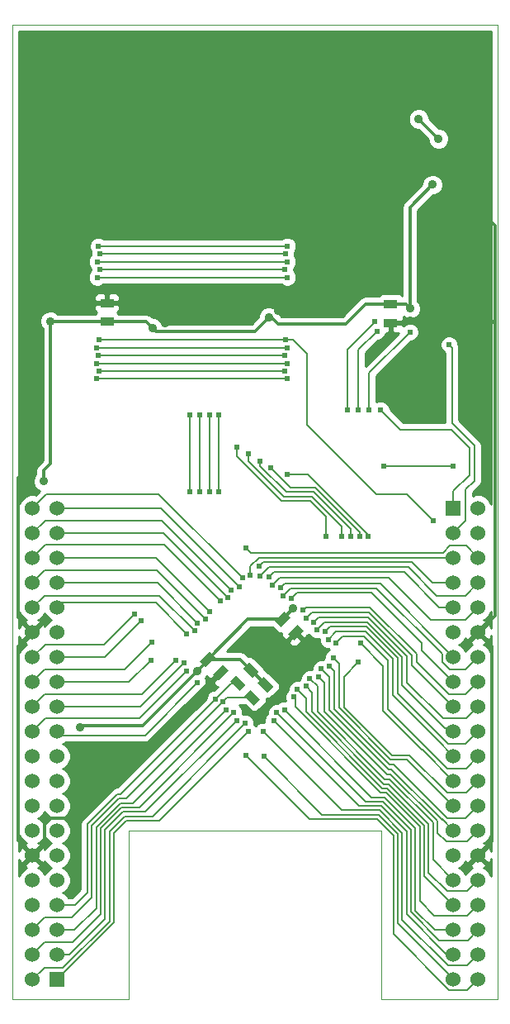
<source format=gbl>
G04 (created by PCBNEW (25-Oct-2014 BZR 4029)-stable) date Sat 16 May 2015 01:40:02 JST*
%MOIN*%
G04 Gerber Fmt 3.4, Leading zero omitted, Abs format*
%FSLAX34Y34*%
G01*
G70*
G90*
G04 APERTURE LIST*
%ADD10C,0.00590551*%
%ADD11C,0.00393701*%
%ADD12R,0.06X0.06*%
%ADD13C,0.06*%
%ADD14R,0.055X0.035*%
%ADD15C,0.035*%
%ADD16C,0.0240157*%
%ADD17C,0.0137795*%
%ADD18C,0.0080315*%
%ADD19C,0.0393701*%
%ADD20C,0.01*%
G04 APERTURE END LIST*
G54D10*
G54D11*
X30600Y-11700D02*
X50200Y-11700D01*
X30600Y-51000D02*
X35300Y-51000D01*
X45500Y-51000D02*
X50200Y-51000D01*
X35300Y-44200D02*
X45500Y-44200D01*
X35300Y-44200D02*
X35300Y-51000D01*
X45500Y-44200D02*
X45500Y-51000D01*
X30600Y-51000D02*
X30600Y-11700D01*
X50200Y-51000D02*
X50200Y-11700D01*
G54D12*
X48400Y-31200D03*
G54D13*
X49400Y-31200D03*
X48400Y-36200D03*
X49400Y-32200D03*
X48400Y-37200D03*
X49400Y-33200D03*
X48400Y-38200D03*
X49400Y-34200D03*
X48400Y-39200D03*
X49400Y-35200D03*
X48400Y-40200D03*
X49400Y-36200D03*
X48400Y-41200D03*
X49400Y-37200D03*
X48400Y-42200D03*
X49400Y-38200D03*
X48400Y-43200D03*
X49400Y-39200D03*
X48400Y-44200D03*
X49400Y-40200D03*
X48400Y-45200D03*
X49400Y-41200D03*
X48400Y-46200D03*
X49400Y-42200D03*
X49400Y-43200D03*
X48400Y-47200D03*
X49400Y-44200D03*
X49400Y-46200D03*
X49400Y-47200D03*
X49400Y-48200D03*
X49400Y-49200D03*
X48400Y-48200D03*
X48400Y-49200D03*
X48400Y-32200D03*
X48400Y-33200D03*
X48400Y-34200D03*
X48400Y-35200D03*
X48400Y-50200D03*
X49400Y-50200D03*
X49400Y-45200D03*
G54D12*
X32400Y-50200D03*
G54D13*
X31400Y-50200D03*
X32400Y-45200D03*
X31400Y-49200D03*
X32400Y-44200D03*
X31400Y-48200D03*
X32400Y-43200D03*
X31400Y-47200D03*
X32400Y-42200D03*
X31400Y-46200D03*
X32400Y-41200D03*
X31400Y-45200D03*
X32400Y-40200D03*
X31400Y-44200D03*
X32400Y-39200D03*
X31400Y-43200D03*
X32400Y-38200D03*
X31400Y-42200D03*
X32400Y-37200D03*
X31400Y-41200D03*
X32400Y-36200D03*
X31400Y-40200D03*
X32400Y-35200D03*
X31400Y-39200D03*
X31400Y-38200D03*
X32400Y-34200D03*
X31400Y-37200D03*
X31400Y-35200D03*
X31400Y-34200D03*
X31400Y-33200D03*
X31400Y-32200D03*
X32400Y-33200D03*
X32400Y-32200D03*
X32400Y-49200D03*
X32400Y-48200D03*
X32400Y-47200D03*
X32400Y-46200D03*
X32400Y-31200D03*
X31400Y-31200D03*
X31400Y-36200D03*
G54D14*
X34409Y-23682D03*
X34409Y-22932D03*
X45866Y-22971D03*
X45866Y-23721D03*
G54D10*
G36*
X38156Y-37364D02*
X38545Y-36975D01*
X38793Y-37223D01*
X38404Y-37612D01*
X38156Y-37364D01*
X38156Y-37364D01*
G37*
G36*
X38687Y-37894D02*
X39076Y-37506D01*
X39323Y-37753D01*
X38934Y-38142D01*
X38687Y-37894D01*
X38687Y-37894D01*
G37*
G36*
X41188Y-35750D02*
X41577Y-35361D01*
X41824Y-35609D01*
X41435Y-35997D01*
X41188Y-35750D01*
X41188Y-35750D01*
G37*
G36*
X41718Y-36280D02*
X42107Y-35891D01*
X42355Y-36139D01*
X41966Y-36528D01*
X41718Y-36280D01*
X41718Y-36280D01*
G37*
G36*
X40155Y-37408D02*
X40543Y-37797D01*
X40296Y-38045D01*
X39907Y-37656D01*
X40155Y-37408D01*
X40155Y-37408D01*
G37*
G36*
X39624Y-37939D02*
X40013Y-38328D01*
X39766Y-38575D01*
X39377Y-38186D01*
X39624Y-37939D01*
X39624Y-37939D01*
G37*
G36*
X40745Y-37999D02*
X41134Y-38388D01*
X40887Y-38635D01*
X40498Y-38246D01*
X40745Y-37999D01*
X40745Y-37999D01*
G37*
G36*
X40215Y-38529D02*
X40604Y-38918D01*
X40356Y-39166D01*
X39967Y-38777D01*
X40215Y-38529D01*
X40215Y-38529D01*
G37*
G54D15*
X47559Y-18149D03*
X33307Y-40039D03*
X31850Y-30118D03*
X46653Y-23149D03*
X40944Y-23503D03*
X36259Y-23937D03*
X32125Y-23661D03*
X41929Y-35236D03*
X47000Y-15500D03*
X47800Y-16300D03*
X38070Y-37755D03*
G54D16*
X35511Y-35472D03*
X39212Y-39330D03*
X39527Y-39448D03*
X37519Y-37440D03*
X37637Y-37755D03*
X38779Y-38897D03*
X40118Y-40196D03*
X40000Y-39881D03*
X39645Y-39763D03*
X36220Y-36614D03*
X39094Y-39015D03*
X35787Y-35748D03*
X33976Y-25984D03*
X41692Y-25984D03*
X41141Y-39763D03*
X43385Y-37559D03*
X34055Y-20629D03*
X41692Y-20629D03*
X43543Y-37244D03*
X44566Y-37401D03*
X44645Y-36653D03*
X43661Y-36653D03*
X43346Y-36496D03*
X41692Y-29842D03*
X44960Y-32322D03*
X43228Y-36181D03*
X44606Y-32322D03*
X41023Y-29566D03*
X42874Y-36102D03*
X44251Y-32322D03*
X40590Y-29291D03*
X42755Y-35787D03*
X43897Y-32322D03*
X40118Y-29015D03*
X42440Y-35629D03*
X41574Y-25669D03*
X41259Y-39448D03*
X34094Y-25669D03*
X45590Y-29507D03*
X48405Y-29488D03*
X42322Y-35314D03*
X43267Y-32322D03*
X39645Y-28740D03*
X41850Y-34842D03*
X41535Y-34724D03*
X41417Y-34409D03*
X33976Y-25354D03*
X41574Y-39330D03*
X41692Y-25354D03*
X41968Y-38818D03*
X41574Y-25039D03*
X34055Y-25039D03*
X42086Y-38503D03*
X41692Y-24724D03*
X33976Y-24724D03*
X42440Y-38385D03*
X41692Y-21889D03*
X34015Y-21889D03*
X42598Y-38070D03*
X41574Y-21574D03*
X34133Y-21574D03*
X42952Y-37992D03*
X41692Y-21259D03*
X34015Y-21259D03*
X43070Y-37677D03*
X41614Y-20944D03*
X34133Y-20944D03*
X38070Y-38228D03*
X37637Y-36259D03*
X37952Y-36141D03*
X40196Y-33897D03*
X38543Y-27440D03*
X38543Y-30551D03*
X40039Y-32795D03*
X38937Y-27440D03*
X38937Y-30551D03*
X44133Y-27244D03*
X45236Y-23661D03*
X40551Y-33543D03*
X44566Y-27244D03*
X45314Y-24055D03*
X40590Y-33937D03*
X46653Y-24094D03*
X45000Y-27244D03*
X40944Y-33976D03*
X41102Y-34291D03*
X38070Y-35826D03*
X38385Y-35669D03*
X38543Y-35354D03*
X38976Y-34921D03*
X39291Y-34803D03*
X39409Y-34488D03*
X37755Y-27440D03*
X37755Y-30551D03*
X39763Y-34370D03*
X38149Y-27440D03*
X38149Y-30551D03*
X39881Y-34015D03*
X37204Y-37322D03*
X40708Y-40196D03*
X40748Y-41220D03*
X40039Y-41181D03*
X36181Y-37322D03*
X47598Y-31692D03*
X34094Y-24409D03*
X41614Y-24409D03*
X48228Y-24606D03*
X45472Y-27244D03*
G54D15*
X35866Y-16240D03*
X37814Y-16259D03*
X46200Y-16456D03*
X49045Y-18769D03*
X41259Y-36988D03*
X46653Y-23622D03*
X41338Y-23228D03*
X36771Y-23740D03*
X32125Y-22874D03*
X38543Y-38188D03*
G54D17*
X38474Y-37293D02*
X39792Y-37293D01*
X39792Y-37293D02*
X40225Y-37726D01*
X41506Y-35679D02*
X40089Y-35679D01*
X40089Y-35679D02*
X38474Y-37293D01*
X46653Y-23149D02*
X46653Y-19055D01*
X46653Y-19055D02*
X47559Y-18149D01*
X40816Y-38317D02*
X40225Y-37726D01*
X36259Y-23937D02*
X36397Y-24074D01*
X40374Y-24074D02*
X40944Y-23503D01*
X36397Y-24074D02*
X40374Y-24074D01*
X34409Y-23682D02*
X36004Y-23682D01*
X35866Y-39960D02*
X33385Y-39960D01*
X33385Y-39960D02*
X33307Y-40039D01*
X35866Y-39960D02*
X38070Y-37755D01*
X32125Y-23661D02*
X32125Y-29409D01*
X31850Y-29685D02*
X31850Y-30118D01*
X32125Y-29409D02*
X31850Y-29685D01*
X45866Y-22971D02*
X44863Y-22971D01*
X41062Y-23503D02*
X41338Y-23779D01*
X41338Y-23779D02*
X44055Y-23779D01*
X40944Y-23503D02*
X41062Y-23503D01*
X44863Y-22971D02*
X44055Y-23779D01*
X45866Y-22971D02*
X46475Y-22971D01*
X46475Y-22971D02*
X46653Y-23149D01*
X36004Y-23682D02*
X36259Y-23937D01*
X34409Y-23682D02*
X32146Y-23682D01*
X32146Y-23682D02*
X32125Y-23661D01*
X41506Y-35679D02*
X41506Y-35658D01*
X41506Y-35658D02*
X41929Y-35236D01*
X38474Y-37293D02*
X38474Y-37351D01*
X38474Y-37351D02*
X38070Y-37755D01*
X47000Y-15500D02*
X47800Y-16300D01*
G54D18*
X35511Y-35472D02*
X34291Y-36692D01*
X31907Y-36692D02*
X31400Y-37200D01*
X34291Y-36692D02*
X31907Y-36692D01*
X33099Y-48200D02*
X32400Y-48200D01*
X33976Y-47322D02*
X33099Y-48200D01*
X33976Y-44055D02*
X33976Y-47322D01*
X34940Y-43090D02*
X33976Y-44055D01*
X35452Y-43090D02*
X34940Y-43090D01*
X39212Y-39330D02*
X35452Y-43090D01*
X31899Y-48700D02*
X31400Y-49200D01*
X33031Y-48700D02*
X31899Y-48700D01*
X34153Y-47578D02*
X33031Y-48700D01*
X34153Y-44114D02*
X34153Y-47578D01*
X35000Y-43267D02*
X34153Y-44114D01*
X35708Y-43267D02*
X35000Y-43267D01*
X39527Y-39448D02*
X35708Y-43267D01*
X35760Y-39200D02*
X32400Y-39200D01*
X37519Y-37440D02*
X35760Y-39200D01*
X37637Y-37755D02*
X35708Y-39685D01*
X35708Y-39685D02*
X31914Y-39685D01*
X31914Y-39685D02*
X31400Y-40200D01*
X39695Y-38257D02*
X39419Y-38257D01*
X39419Y-38257D02*
X38779Y-38897D01*
X33114Y-47200D02*
X32400Y-47200D01*
X33622Y-46692D02*
X33114Y-47200D01*
X33622Y-43937D02*
X33622Y-46692D01*
X34822Y-42736D02*
X33622Y-43937D01*
X34940Y-42736D02*
X34822Y-42736D01*
X38779Y-38897D02*
X34940Y-42736D01*
X34685Y-47914D02*
X32400Y-50200D01*
X34685Y-44291D02*
X34685Y-47914D01*
X35177Y-43799D02*
X34685Y-44291D01*
X36515Y-43799D02*
X35177Y-43799D01*
X40118Y-40196D02*
X36515Y-43799D01*
X31875Y-49724D02*
X31400Y-50200D01*
X32637Y-49724D02*
X31875Y-49724D01*
X34507Y-47854D02*
X32637Y-49724D01*
X34507Y-44232D02*
X34507Y-47854D01*
X35118Y-43622D02*
X34507Y-44232D01*
X36259Y-43622D02*
X35118Y-43622D01*
X40000Y-39881D02*
X36259Y-43622D01*
X32886Y-49200D02*
X32400Y-49200D01*
X34330Y-47755D02*
X32886Y-49200D01*
X34330Y-44173D02*
X34330Y-47755D01*
X35059Y-43444D02*
X34330Y-44173D01*
X35964Y-43444D02*
X35059Y-43444D01*
X39645Y-39763D02*
X35964Y-43444D01*
X31883Y-37716D02*
X31400Y-38200D01*
X35118Y-37716D02*
X31883Y-37716D01*
X36220Y-36614D02*
X35118Y-37716D01*
X40286Y-38847D02*
X39262Y-38847D01*
X39262Y-38847D02*
X39094Y-39015D01*
X31883Y-47716D02*
X31400Y-48200D01*
X32992Y-47716D02*
X31883Y-47716D01*
X33799Y-46909D02*
X32992Y-47716D01*
X33799Y-43996D02*
X33799Y-46909D01*
X34881Y-42913D02*
X33799Y-43996D01*
X35196Y-42913D02*
X34881Y-42913D01*
X39094Y-39015D02*
X35196Y-42913D01*
X34335Y-37200D02*
X32400Y-37200D01*
X35787Y-35748D02*
X34335Y-37200D01*
X48137Y-49200D02*
X48400Y-49200D01*
X46515Y-47578D02*
X48137Y-49200D01*
X46515Y-44232D02*
X46515Y-47578D01*
X45492Y-43208D02*
X46515Y-44232D01*
X44586Y-43208D02*
X45492Y-43208D01*
X41692Y-25984D02*
X33976Y-25984D01*
X41141Y-39763D02*
X44586Y-43208D01*
X48899Y-43700D02*
X49400Y-43200D01*
X48149Y-43700D02*
X48899Y-43700D01*
X45984Y-41535D02*
X48149Y-43700D01*
X45826Y-41535D02*
X45984Y-41535D01*
X43582Y-39291D02*
X45826Y-41535D01*
X43582Y-37755D02*
X43582Y-39291D01*
X43385Y-37559D02*
X43582Y-37755D01*
X41692Y-20629D02*
X34055Y-20629D01*
X46538Y-41338D02*
X48400Y-43200D01*
X45866Y-41338D02*
X46538Y-41338D01*
X43779Y-39251D02*
X45866Y-41338D01*
X43779Y-37480D02*
X43779Y-39251D01*
X43543Y-37244D02*
X43779Y-37480D01*
X48922Y-42677D02*
X49400Y-42200D01*
X48149Y-42677D02*
X48922Y-42677D01*
X46633Y-41161D02*
X48149Y-42677D01*
X45916Y-41161D02*
X46633Y-41161D01*
X43976Y-39221D02*
X45916Y-41161D01*
X43976Y-37992D02*
X43976Y-39221D01*
X44566Y-37401D02*
X43976Y-37992D01*
X44645Y-36653D02*
X45551Y-37559D01*
X45551Y-37559D02*
X45551Y-39366D01*
X45551Y-39366D02*
X47129Y-40944D01*
X47129Y-40944D02*
X47144Y-40944D01*
X47144Y-40944D02*
X48400Y-42200D01*
X43661Y-36653D02*
X43937Y-36377D01*
X43937Y-36377D02*
X44803Y-36377D01*
X44803Y-36377D02*
X45748Y-37322D01*
X45748Y-37322D02*
X45748Y-39291D01*
X45748Y-39291D02*
X48149Y-41692D01*
X48149Y-41692D02*
X48907Y-41692D01*
X48907Y-41692D02*
X49400Y-41200D01*
X43346Y-36496D02*
X43661Y-36181D01*
X43661Y-36181D02*
X44842Y-36181D01*
X44842Y-36181D02*
X45944Y-37283D01*
X45944Y-37283D02*
X45944Y-38740D01*
X45944Y-38740D02*
X47716Y-40511D01*
X47716Y-40511D02*
X47711Y-40511D01*
X47711Y-40511D02*
X48400Y-41200D01*
X42519Y-29842D02*
X44960Y-32283D01*
X41692Y-29842D02*
X42519Y-29842D01*
X44960Y-32283D02*
X44960Y-32322D01*
X43228Y-36181D02*
X43425Y-35984D01*
X43425Y-35984D02*
X44881Y-35984D01*
X44881Y-35984D02*
X46141Y-37244D01*
X46141Y-37244D02*
X46141Y-38661D01*
X46141Y-38661D02*
X48188Y-40708D01*
X48188Y-40708D02*
X48891Y-40708D01*
X48891Y-40708D02*
X49400Y-40200D01*
X44606Y-32165D02*
X44606Y-32322D01*
X42814Y-30374D02*
X44606Y-32165D01*
X41830Y-30374D02*
X42814Y-30374D01*
X41023Y-29566D02*
X41830Y-30374D01*
X42874Y-36102D02*
X43188Y-35787D01*
X43188Y-35787D02*
X44921Y-35787D01*
X44921Y-35787D02*
X46338Y-37204D01*
X46338Y-37204D02*
X46338Y-38346D01*
X46338Y-38346D02*
X48070Y-40078D01*
X48070Y-40078D02*
X48278Y-40078D01*
X48278Y-40078D02*
X48400Y-40200D01*
X40590Y-29488D02*
X41653Y-30551D01*
X41653Y-30551D02*
X42755Y-30551D01*
X42755Y-30551D02*
X44251Y-32047D01*
X44251Y-32047D02*
X44251Y-32322D01*
X40590Y-29291D02*
X40590Y-29488D01*
X42755Y-35787D02*
X42952Y-35590D01*
X42952Y-35590D02*
X44960Y-35590D01*
X44960Y-35590D02*
X46535Y-37165D01*
X46535Y-37165D02*
X46535Y-38228D01*
X46535Y-38228D02*
X47992Y-39685D01*
X47992Y-39685D02*
X48914Y-39685D01*
X48914Y-39685D02*
X49400Y-39200D01*
X40118Y-29291D02*
X41555Y-30728D01*
X41555Y-30728D02*
X42696Y-30728D01*
X42696Y-30728D02*
X43897Y-31929D01*
X43897Y-31929D02*
X43897Y-32322D01*
X40118Y-29015D02*
X40118Y-29291D01*
X46732Y-37125D02*
X46732Y-37532D01*
X46732Y-37532D02*
X48400Y-39200D01*
X42440Y-35629D02*
X42677Y-35393D01*
X42677Y-35393D02*
X45000Y-35393D01*
X45000Y-35393D02*
X46732Y-37125D01*
X48977Y-48622D02*
X49400Y-48200D01*
X47834Y-48622D02*
X48977Y-48622D01*
X46692Y-47480D02*
X47834Y-48622D01*
X46692Y-44173D02*
X46692Y-47480D01*
X45551Y-43031D02*
X46692Y-44173D01*
X44842Y-43031D02*
X45551Y-43031D01*
X41259Y-39448D02*
X44842Y-43031D01*
X41574Y-25669D02*
X34094Y-25669D01*
X48385Y-29507D02*
X45590Y-29507D01*
X48405Y-29488D02*
X48385Y-29507D01*
X42322Y-35314D02*
X42440Y-35196D01*
X42440Y-35196D02*
X45039Y-35196D01*
X45039Y-35196D02*
X46929Y-37086D01*
X46929Y-37086D02*
X46929Y-37401D01*
X46929Y-37401D02*
X48228Y-38700D01*
X48228Y-38700D02*
X48899Y-38700D01*
X48899Y-38700D02*
X49400Y-38200D01*
X39645Y-29094D02*
X41456Y-30905D01*
X41456Y-30905D02*
X42637Y-30905D01*
X42637Y-30905D02*
X43267Y-31535D01*
X43267Y-31535D02*
X43267Y-32322D01*
X39645Y-28740D02*
X39645Y-29094D01*
X47125Y-36653D02*
X47125Y-36925D01*
X47125Y-36925D02*
X48400Y-38200D01*
X41850Y-34842D02*
X42086Y-34606D01*
X42086Y-34606D02*
X45078Y-34606D01*
X45078Y-34606D02*
X47125Y-36653D01*
X48883Y-37716D02*
X49400Y-37200D01*
X48267Y-37716D02*
X48883Y-37716D01*
X47952Y-37401D02*
X48267Y-37716D01*
X47952Y-37086D02*
X47952Y-37401D01*
X45295Y-34429D02*
X47952Y-37086D01*
X41830Y-34429D02*
X45295Y-34429D01*
X41535Y-34724D02*
X41830Y-34429D01*
X41574Y-34251D02*
X45451Y-34251D01*
X45451Y-34251D02*
X48400Y-37200D01*
X41417Y-34409D02*
X41574Y-34251D01*
X41692Y-25354D02*
X33976Y-25354D01*
X41574Y-39330D02*
X45098Y-42854D01*
X45098Y-42854D02*
X45610Y-42854D01*
X45610Y-42854D02*
X46870Y-44114D01*
X47648Y-48200D02*
X48400Y-48200D01*
X46870Y-47421D02*
X47648Y-48200D01*
X46870Y-44114D02*
X46870Y-47421D01*
X48962Y-47637D02*
X49400Y-47200D01*
X47637Y-47637D02*
X48962Y-47637D01*
X47047Y-47047D02*
X47637Y-47637D01*
X47047Y-44046D02*
X47047Y-47047D01*
X45678Y-42677D02*
X47047Y-44046D01*
X45472Y-42677D02*
X45678Y-42677D01*
X42007Y-39212D02*
X45472Y-42677D01*
X42007Y-38858D02*
X42007Y-39212D01*
X41968Y-38818D02*
X42007Y-38858D01*
X41574Y-25039D02*
X34055Y-25039D01*
X45728Y-42500D02*
X45522Y-42500D01*
X42440Y-39418D02*
X42440Y-38858D01*
X45522Y-42500D02*
X42440Y-39418D01*
X42440Y-38858D02*
X42086Y-38503D01*
X45728Y-42500D02*
X47224Y-43996D01*
X47224Y-43996D02*
X47224Y-46024D01*
X48400Y-47200D02*
X47224Y-46024D01*
X41692Y-24724D02*
X33976Y-24724D01*
X42677Y-38622D02*
X42677Y-39409D01*
X45787Y-42322D02*
X47401Y-43937D01*
X45590Y-42322D02*
X45787Y-42322D01*
X42677Y-39409D02*
X45590Y-42322D01*
X48946Y-46653D02*
X49400Y-46200D01*
X48149Y-46653D02*
X48946Y-46653D01*
X47401Y-45905D02*
X48149Y-46653D01*
X47401Y-43937D02*
X47401Y-45905D01*
X42440Y-38385D02*
X42677Y-38622D01*
X41692Y-21889D02*
X34015Y-21889D01*
X42913Y-38385D02*
X42913Y-39409D01*
X45826Y-42125D02*
X47578Y-43877D01*
X45629Y-42125D02*
X45826Y-42125D01*
X42913Y-39409D02*
X45629Y-42125D01*
X42598Y-38070D02*
X42913Y-38385D01*
X47578Y-43877D02*
X47578Y-45378D01*
X47578Y-45378D02*
X48400Y-46200D01*
X41574Y-21574D02*
X34133Y-21574D01*
X43188Y-38228D02*
X43188Y-39409D01*
X45866Y-41929D02*
X47755Y-43818D01*
X45708Y-41929D02*
X45866Y-41929D01*
X43188Y-39409D02*
X45708Y-41929D01*
X42952Y-37992D02*
X43188Y-38228D01*
X47755Y-43818D02*
X47755Y-44291D01*
X47755Y-44291D02*
X48110Y-44645D01*
X48954Y-44645D02*
X49400Y-44200D01*
X48110Y-44645D02*
X48954Y-44645D01*
X41692Y-21259D02*
X34015Y-21259D01*
X47952Y-43752D02*
X48400Y-44200D01*
X47952Y-43779D02*
X47952Y-43752D01*
X45905Y-41732D02*
X47952Y-43779D01*
X45787Y-41732D02*
X45905Y-41732D01*
X43385Y-39330D02*
X45787Y-41732D01*
X43385Y-37992D02*
X43385Y-39330D01*
X43070Y-37677D02*
X43385Y-37992D01*
X41614Y-20944D02*
X34133Y-20944D01*
X35941Y-40357D02*
X35154Y-40357D01*
X32554Y-40354D02*
X32400Y-40200D01*
X35157Y-40354D02*
X32554Y-40354D01*
X35154Y-40357D02*
X35157Y-40354D01*
X38070Y-38228D02*
X35941Y-40357D01*
X37637Y-36259D02*
X36377Y-35000D01*
X32600Y-35000D02*
X32400Y-35200D01*
X36377Y-35000D02*
X32600Y-35000D01*
X37952Y-36141D02*
X36535Y-34724D01*
X36535Y-34724D02*
X31875Y-34724D01*
X31875Y-34724D02*
X31400Y-35200D01*
X40196Y-33897D02*
X40196Y-33543D01*
X40540Y-33200D02*
X48400Y-33200D01*
X40196Y-33543D02*
X40540Y-33200D01*
X38543Y-27440D02*
X38543Y-30551D01*
X48916Y-32716D02*
X49400Y-33200D01*
X48267Y-32716D02*
X48916Y-32716D01*
X47992Y-32992D02*
X48267Y-32716D01*
X40236Y-32992D02*
X47992Y-32992D01*
X40039Y-32795D02*
X40236Y-32992D01*
X38937Y-27440D02*
X38937Y-30551D01*
X45236Y-23700D02*
X44133Y-24803D01*
X44133Y-24803D02*
X44133Y-27244D01*
X45236Y-23661D02*
X45236Y-23700D01*
X47546Y-34200D02*
X48400Y-34200D01*
X46732Y-33385D02*
X47546Y-34200D01*
X40708Y-33385D02*
X46732Y-33385D01*
X40551Y-33543D02*
X40708Y-33385D01*
X45314Y-24055D02*
X44566Y-24803D01*
X44566Y-24803D02*
X44566Y-27244D01*
X40590Y-33937D02*
X40944Y-33582D01*
X40944Y-33582D02*
X46574Y-33582D01*
X46574Y-33582D02*
X47716Y-34724D01*
X47716Y-34724D02*
X48875Y-34724D01*
X48875Y-34724D02*
X49400Y-34200D01*
X46653Y-24094D02*
X45000Y-25748D01*
X45000Y-25748D02*
X45000Y-27244D01*
X47837Y-35200D02*
X48400Y-35200D01*
X46417Y-33779D02*
X47837Y-35200D01*
X41141Y-33779D02*
X46417Y-33779D01*
X40944Y-33976D02*
X41141Y-33779D01*
X48891Y-35708D02*
X49400Y-35200D01*
X47480Y-35708D02*
X48891Y-35708D01*
X45787Y-34015D02*
X47480Y-35708D01*
X41377Y-34015D02*
X45787Y-34015D01*
X41102Y-34291D02*
X41377Y-34015D01*
X38070Y-35826D02*
X36444Y-34200D01*
X36444Y-34200D02*
X32400Y-34200D01*
X31899Y-33700D02*
X31400Y-34200D01*
X36417Y-33700D02*
X31899Y-33700D01*
X38385Y-35669D02*
X36417Y-33700D01*
X36388Y-33200D02*
X32400Y-33200D01*
X38543Y-35354D02*
X36388Y-33200D01*
X31922Y-32677D02*
X31400Y-33200D01*
X36732Y-32677D02*
X31922Y-32677D01*
X38976Y-34921D02*
X36732Y-32677D01*
X39291Y-34803D02*
X36692Y-32204D01*
X32395Y-32204D02*
X32400Y-32200D01*
X36692Y-32204D02*
X32395Y-32204D01*
X39409Y-34488D02*
X36614Y-31692D01*
X36614Y-31692D02*
X31907Y-31692D01*
X31907Y-31692D02*
X31400Y-32200D01*
X37755Y-27440D02*
X37755Y-30551D01*
X36593Y-31200D02*
X32400Y-31200D01*
X39763Y-34370D02*
X36593Y-31200D01*
X38149Y-27440D02*
X38149Y-30551D01*
X31970Y-30629D02*
X31400Y-31200D01*
X36496Y-30629D02*
X31970Y-30629D01*
X39881Y-34015D02*
X36496Y-30629D01*
X31899Y-38700D02*
X31400Y-39200D01*
X35826Y-38700D02*
X31899Y-38700D01*
X37204Y-37322D02*
X35826Y-38700D01*
X48954Y-49645D02*
X49400Y-49200D01*
X48188Y-49645D02*
X48954Y-49645D01*
X46338Y-47795D02*
X48188Y-49645D01*
X46338Y-44291D02*
X46338Y-47795D01*
X45433Y-43385D02*
X46338Y-44291D01*
X43897Y-43385D02*
X45433Y-43385D01*
X40708Y-40196D02*
X43897Y-43385D01*
X48428Y-50200D02*
X48400Y-50200D01*
X46161Y-47933D02*
X48428Y-50200D01*
X46161Y-44350D02*
X46161Y-47933D01*
X45374Y-43562D02*
X46161Y-44350D01*
X43090Y-43562D02*
X45374Y-43562D01*
X40748Y-41220D02*
X43090Y-43562D01*
X48970Y-50629D02*
X49400Y-50200D01*
X48228Y-50629D02*
X48970Y-50629D01*
X45984Y-48385D02*
X48228Y-50629D01*
X45984Y-44409D02*
X45984Y-48385D01*
X45314Y-43740D02*
X45984Y-44409D01*
X42598Y-43740D02*
X45314Y-43740D01*
X40039Y-41181D02*
X42598Y-43740D01*
X35303Y-38200D02*
X32400Y-38200D01*
X36181Y-37322D02*
X35303Y-38200D01*
X41929Y-24409D02*
X41614Y-24409D01*
X42480Y-24960D02*
X41929Y-24409D01*
X42480Y-27834D02*
X42480Y-24960D01*
X45275Y-30629D02*
X42480Y-27834D01*
X46535Y-30629D02*
X45275Y-30629D01*
X47598Y-31692D02*
X46535Y-30629D01*
X41614Y-24409D02*
X34094Y-24409D01*
X48346Y-24724D02*
X48346Y-27755D01*
X49251Y-28661D02*
X49251Y-30098D01*
X48346Y-27755D02*
X49251Y-28661D01*
X49251Y-30098D02*
X48897Y-30452D01*
X48897Y-31702D02*
X48400Y-32200D01*
X48897Y-30452D02*
X48897Y-31702D01*
X48228Y-24606D02*
X48346Y-24724D01*
X46259Y-28031D02*
X48326Y-28031D01*
X49055Y-28759D02*
X49055Y-29862D01*
X48326Y-28031D02*
X49055Y-28759D01*
X49055Y-29862D02*
X48400Y-30517D01*
X48400Y-30517D02*
X48400Y-31200D01*
X45472Y-27244D02*
X46259Y-28031D01*
G54D19*
X37814Y-17559D02*
X37814Y-16259D01*
X35866Y-16240D02*
X35866Y-17559D01*
X46200Y-16456D02*
X46200Y-17559D01*
X46200Y-17559D02*
X46200Y-17519D01*
G54D17*
X42036Y-36210D02*
X42036Y-36211D01*
X42036Y-36211D02*
X41259Y-36988D01*
X30826Y-35590D02*
X30826Y-29960D01*
X31614Y-29173D02*
X31614Y-23385D01*
X30826Y-29960D02*
X31614Y-29173D01*
X31400Y-36200D02*
X31400Y-36163D01*
X31614Y-23385D02*
X32125Y-22874D01*
X31400Y-36163D02*
X30826Y-35590D01*
X31400Y-45200D02*
X31400Y-45179D01*
X30826Y-36773D02*
X31400Y-36200D01*
X30826Y-44606D02*
X30826Y-36773D01*
X31400Y-45179D02*
X30826Y-44606D01*
X31889Y-44710D02*
X31400Y-45200D01*
X31889Y-43937D02*
X31889Y-44710D01*
X32125Y-43700D02*
X31889Y-43937D01*
X33031Y-43700D02*
X32125Y-43700D01*
X38543Y-38188D02*
X33031Y-43700D01*
X34409Y-22932D02*
X35963Y-22932D01*
X35963Y-22932D02*
X36771Y-23740D01*
X46653Y-23622D02*
X49960Y-23622D01*
X49960Y-23622D02*
X50078Y-23740D01*
X45866Y-23721D02*
X46554Y-23721D01*
X46554Y-23721D02*
X46653Y-23622D01*
X34409Y-22932D02*
X41042Y-22932D01*
X41042Y-22932D02*
X41338Y-23228D01*
X34409Y-22932D02*
X32184Y-22932D01*
X32184Y-22932D02*
X32125Y-22874D01*
X32125Y-18976D02*
X32125Y-22874D01*
X33543Y-17559D02*
X32125Y-18976D01*
X46200Y-17559D02*
X37814Y-17559D01*
X35866Y-17559D02*
X33543Y-17559D01*
X49045Y-18769D02*
X47834Y-17559D01*
X47834Y-17559D02*
X46200Y-17559D01*
X50078Y-19803D02*
X49045Y-18769D01*
X50078Y-23740D02*
X50078Y-19803D01*
X50078Y-35551D02*
X50078Y-23740D01*
X49429Y-36200D02*
X50078Y-35551D01*
X49400Y-36200D02*
X49429Y-36200D01*
X49400Y-36200D02*
X49400Y-36211D01*
X49400Y-36211D02*
X49960Y-36771D01*
X49960Y-36771D02*
X49960Y-44639D01*
X49960Y-44639D02*
X49400Y-45200D01*
X38908Y-37824D02*
X39005Y-37824D01*
X38543Y-38188D02*
X38908Y-37824D01*
G54D10*
G36*
X32169Y-35699D02*
X32088Y-35733D01*
X31934Y-35888D01*
X31902Y-35963D01*
X31881Y-35912D01*
X31785Y-35884D01*
X31470Y-36200D01*
X31476Y-36205D01*
X31405Y-36276D01*
X31400Y-36270D01*
X31084Y-36585D01*
X31112Y-36681D01*
X31167Y-36700D01*
X31088Y-36733D01*
X30934Y-36888D01*
X30869Y-37042D01*
X30869Y-36369D01*
X30918Y-36487D01*
X31014Y-36515D01*
X31329Y-36200D01*
X31014Y-35884D01*
X30918Y-35912D01*
X30869Y-36049D01*
X30869Y-35356D01*
X30933Y-35511D01*
X31088Y-35665D01*
X31163Y-35697D01*
X31112Y-35718D01*
X31084Y-35814D01*
X31400Y-36129D01*
X31715Y-35814D01*
X31687Y-35718D01*
X31632Y-35699D01*
X31711Y-35666D01*
X31865Y-35511D01*
X31899Y-35430D01*
X31933Y-35511D01*
X32088Y-35665D01*
X32169Y-35699D01*
X32169Y-35699D01*
G37*
G54D20*
X32169Y-35699D02*
X32088Y-35733D01*
X31934Y-35888D01*
X31902Y-35963D01*
X31881Y-35912D01*
X31785Y-35884D01*
X31470Y-36200D01*
X31476Y-36205D01*
X31405Y-36276D01*
X31400Y-36270D01*
X31084Y-36585D01*
X31112Y-36681D01*
X31167Y-36700D01*
X31088Y-36733D01*
X30934Y-36888D01*
X30869Y-37042D01*
X30869Y-36369D01*
X30918Y-36487D01*
X31014Y-36515D01*
X31329Y-36200D01*
X31014Y-35884D01*
X30918Y-35912D01*
X30869Y-36049D01*
X30869Y-35356D01*
X30933Y-35511D01*
X31088Y-35665D01*
X31163Y-35697D01*
X31112Y-35718D01*
X31084Y-35814D01*
X31400Y-36129D01*
X31715Y-35814D01*
X31687Y-35718D01*
X31632Y-35699D01*
X31711Y-35666D01*
X31865Y-35511D01*
X31899Y-35430D01*
X31933Y-35511D01*
X32088Y-35665D01*
X32169Y-35699D01*
G54D10*
G36*
X32169Y-43699D02*
X32088Y-43733D01*
X31934Y-43888D01*
X31900Y-43969D01*
X31866Y-43888D01*
X31711Y-43734D01*
X31630Y-43700D01*
X31711Y-43666D01*
X31865Y-43511D01*
X31899Y-43430D01*
X31933Y-43511D01*
X32088Y-43665D01*
X32169Y-43699D01*
X32169Y-43699D01*
G37*
G54D20*
X32169Y-43699D02*
X32088Y-43733D01*
X31934Y-43888D01*
X31900Y-43969D01*
X31866Y-43888D01*
X31711Y-43734D01*
X31630Y-43700D01*
X31711Y-43666D01*
X31865Y-43511D01*
X31899Y-43430D01*
X31933Y-43511D01*
X32088Y-43665D01*
X32169Y-43699D01*
G54D10*
G36*
X32169Y-45699D02*
X32088Y-45733D01*
X31934Y-45888D01*
X31900Y-45969D01*
X31866Y-45888D01*
X31711Y-45734D01*
X31636Y-45702D01*
X31687Y-45681D01*
X31715Y-45585D01*
X31400Y-45270D01*
X31084Y-45585D01*
X31112Y-45681D01*
X31167Y-45700D01*
X31088Y-45733D01*
X30934Y-45888D01*
X30869Y-46042D01*
X30869Y-45369D01*
X30918Y-45487D01*
X31014Y-45515D01*
X31329Y-45200D01*
X31014Y-44884D01*
X30918Y-44912D01*
X30869Y-45049D01*
X30869Y-44356D01*
X30933Y-44511D01*
X31088Y-44665D01*
X31163Y-44697D01*
X31112Y-44718D01*
X31084Y-44814D01*
X31400Y-45129D01*
X31715Y-44814D01*
X31687Y-44718D01*
X31632Y-44699D01*
X31711Y-44666D01*
X31865Y-44511D01*
X31899Y-44430D01*
X31933Y-44511D01*
X32088Y-44665D01*
X32169Y-44699D01*
X32088Y-44733D01*
X31934Y-44888D01*
X31902Y-44963D01*
X31881Y-44912D01*
X31785Y-44884D01*
X31470Y-45200D01*
X31785Y-45515D01*
X31881Y-45487D01*
X31900Y-45432D01*
X31933Y-45511D01*
X32088Y-45665D01*
X32169Y-45699D01*
X32169Y-45699D01*
G37*
G54D20*
X32169Y-45699D02*
X32088Y-45733D01*
X31934Y-45888D01*
X31900Y-45969D01*
X31866Y-45888D01*
X31711Y-45734D01*
X31636Y-45702D01*
X31687Y-45681D01*
X31715Y-45585D01*
X31400Y-45270D01*
X31084Y-45585D01*
X31112Y-45681D01*
X31167Y-45700D01*
X31088Y-45733D01*
X30934Y-45888D01*
X30869Y-46042D01*
X30869Y-45369D01*
X30918Y-45487D01*
X31014Y-45515D01*
X31329Y-45200D01*
X31014Y-44884D01*
X30918Y-44912D01*
X30869Y-45049D01*
X30869Y-44356D01*
X30933Y-44511D01*
X31088Y-44665D01*
X31163Y-44697D01*
X31112Y-44718D01*
X31084Y-44814D01*
X31400Y-45129D01*
X31715Y-44814D01*
X31687Y-44718D01*
X31632Y-44699D01*
X31711Y-44666D01*
X31865Y-44511D01*
X31899Y-44430D01*
X31933Y-44511D01*
X32088Y-44665D01*
X32169Y-44699D01*
X32088Y-44733D01*
X31934Y-44888D01*
X31902Y-44963D01*
X31881Y-44912D01*
X31785Y-44884D01*
X31470Y-45200D01*
X31785Y-45515D01*
X31881Y-45487D01*
X31900Y-45432D01*
X31933Y-45511D01*
X32088Y-45665D01*
X32169Y-45699D01*
G54D10*
G36*
X39081Y-37829D02*
X39010Y-37900D01*
X39005Y-37894D01*
X38713Y-38186D01*
X38713Y-38275D01*
X38792Y-38354D01*
X38877Y-38389D01*
X38739Y-38527D01*
X38706Y-38527D01*
X38570Y-38583D01*
X38465Y-38687D01*
X38409Y-38823D01*
X38409Y-38857D01*
X34820Y-42446D01*
X34711Y-42468D01*
X34617Y-42531D01*
X34617Y-42531D01*
X33416Y-43731D01*
X33353Y-43825D01*
X33331Y-43937D01*
X33331Y-46572D01*
X32994Y-46909D01*
X32875Y-46909D01*
X32866Y-46888D01*
X32711Y-46734D01*
X32630Y-46700D01*
X32711Y-46666D01*
X32865Y-46511D01*
X32949Y-46309D01*
X32950Y-46091D01*
X32866Y-45888D01*
X32711Y-45734D01*
X32630Y-45700D01*
X32711Y-45666D01*
X32865Y-45511D01*
X32949Y-45309D01*
X32950Y-45091D01*
X32866Y-44888D01*
X32711Y-44734D01*
X32630Y-44700D01*
X32711Y-44666D01*
X32865Y-44511D01*
X32949Y-44309D01*
X32950Y-44091D01*
X32866Y-43888D01*
X32711Y-43734D01*
X32630Y-43700D01*
X32711Y-43666D01*
X32865Y-43511D01*
X32949Y-43309D01*
X32950Y-43091D01*
X32866Y-42888D01*
X32711Y-42734D01*
X32630Y-42700D01*
X32711Y-42666D01*
X32865Y-42511D01*
X32949Y-42309D01*
X32950Y-42091D01*
X32866Y-41888D01*
X32711Y-41734D01*
X32630Y-41700D01*
X32711Y-41666D01*
X32865Y-41511D01*
X32949Y-41309D01*
X32950Y-41091D01*
X32866Y-40888D01*
X32711Y-40734D01*
X32630Y-40700D01*
X32711Y-40666D01*
X32733Y-40644D01*
X35138Y-40644D01*
X35154Y-40647D01*
X35941Y-40647D01*
X36052Y-40625D01*
X36052Y-40625D01*
X36146Y-40562D01*
X38111Y-38598D01*
X38144Y-38598D01*
X38280Y-38542D01*
X38384Y-38438D01*
X38440Y-38302D01*
X38441Y-38155D01*
X38391Y-38036D01*
X38430Y-37996D01*
X38444Y-37963D01*
X38475Y-38036D01*
X38554Y-38115D01*
X38642Y-38115D01*
X38934Y-37824D01*
X38929Y-37818D01*
X38999Y-37747D01*
X39005Y-37753D01*
X39010Y-37747D01*
X39081Y-37818D01*
X39076Y-37824D01*
X39081Y-37829D01*
X39081Y-37829D01*
G37*
G54D20*
X39081Y-37829D02*
X39010Y-37900D01*
X39005Y-37894D01*
X38713Y-38186D01*
X38713Y-38275D01*
X38792Y-38354D01*
X38877Y-38389D01*
X38739Y-38527D01*
X38706Y-38527D01*
X38570Y-38583D01*
X38465Y-38687D01*
X38409Y-38823D01*
X38409Y-38857D01*
X34820Y-42446D01*
X34711Y-42468D01*
X34617Y-42531D01*
X34617Y-42531D01*
X33416Y-43731D01*
X33353Y-43825D01*
X33331Y-43937D01*
X33331Y-46572D01*
X32994Y-46909D01*
X32875Y-46909D01*
X32866Y-46888D01*
X32711Y-46734D01*
X32630Y-46700D01*
X32711Y-46666D01*
X32865Y-46511D01*
X32949Y-46309D01*
X32950Y-46091D01*
X32866Y-45888D01*
X32711Y-45734D01*
X32630Y-45700D01*
X32711Y-45666D01*
X32865Y-45511D01*
X32949Y-45309D01*
X32950Y-45091D01*
X32866Y-44888D01*
X32711Y-44734D01*
X32630Y-44700D01*
X32711Y-44666D01*
X32865Y-44511D01*
X32949Y-44309D01*
X32950Y-44091D01*
X32866Y-43888D01*
X32711Y-43734D01*
X32630Y-43700D01*
X32711Y-43666D01*
X32865Y-43511D01*
X32949Y-43309D01*
X32950Y-43091D01*
X32866Y-42888D01*
X32711Y-42734D01*
X32630Y-42700D01*
X32711Y-42666D01*
X32865Y-42511D01*
X32949Y-42309D01*
X32950Y-42091D01*
X32866Y-41888D01*
X32711Y-41734D01*
X32630Y-41700D01*
X32711Y-41666D01*
X32865Y-41511D01*
X32949Y-41309D01*
X32950Y-41091D01*
X32866Y-40888D01*
X32711Y-40734D01*
X32630Y-40700D01*
X32711Y-40666D01*
X32733Y-40644D01*
X35138Y-40644D01*
X35154Y-40647D01*
X35941Y-40647D01*
X36052Y-40625D01*
X36052Y-40625D01*
X36146Y-40562D01*
X38111Y-38598D01*
X38144Y-38598D01*
X38280Y-38542D01*
X38384Y-38438D01*
X38440Y-38302D01*
X38441Y-38155D01*
X38391Y-38036D01*
X38430Y-37996D01*
X38444Y-37963D01*
X38475Y-38036D01*
X38554Y-38115D01*
X38642Y-38115D01*
X38934Y-37824D01*
X38929Y-37818D01*
X38999Y-37747D01*
X39005Y-37753D01*
X39010Y-37747D01*
X39081Y-37818D01*
X39076Y-37824D01*
X39081Y-37829D01*
G54D10*
G36*
X43391Y-36906D02*
X43333Y-36930D01*
X43229Y-37034D01*
X43173Y-37170D01*
X43173Y-37248D01*
X43114Y-37307D01*
X42997Y-37307D01*
X42861Y-37363D01*
X42757Y-37467D01*
X42700Y-37603D01*
X42700Y-37712D01*
X42672Y-37700D01*
X42525Y-37700D01*
X42389Y-37756D01*
X42284Y-37860D01*
X42257Y-37926D01*
X42257Y-36590D01*
X42257Y-36501D01*
X42036Y-36280D01*
X41745Y-36572D01*
X41745Y-36660D01*
X41824Y-36740D01*
X41916Y-36778D01*
X42015Y-36778D01*
X42107Y-36740D01*
X42177Y-36670D01*
X42257Y-36590D01*
X42257Y-37926D01*
X42228Y-37996D01*
X42228Y-38075D01*
X42166Y-38136D01*
X42160Y-38133D01*
X42013Y-38133D01*
X41877Y-38190D01*
X41773Y-38294D01*
X41716Y-38430D01*
X41716Y-38547D01*
X41654Y-38608D01*
X41598Y-38744D01*
X41598Y-38892D01*
X41626Y-38960D01*
X41501Y-38960D01*
X41365Y-39016D01*
X41303Y-39078D01*
X41186Y-39078D01*
X41050Y-39134D01*
X40946Y-39238D01*
X40889Y-39374D01*
X40889Y-39492D01*
X40828Y-39553D01*
X40771Y-39689D01*
X40771Y-39826D01*
X40635Y-39826D01*
X40499Y-39882D01*
X40413Y-39968D01*
X40370Y-39925D01*
X40370Y-39808D01*
X40313Y-39672D01*
X40209Y-39568D01*
X40073Y-39511D01*
X39926Y-39511D01*
X39919Y-39514D01*
X39897Y-39492D01*
X39897Y-39375D01*
X39841Y-39239D01*
X39740Y-39137D01*
X39975Y-39137D01*
X40214Y-39377D01*
X40306Y-39415D01*
X40406Y-39416D01*
X40498Y-39378D01*
X40568Y-39307D01*
X40816Y-39060D01*
X40854Y-38968D01*
X40854Y-38885D01*
X40936Y-38885D01*
X41028Y-38847D01*
X41098Y-38777D01*
X41346Y-38530D01*
X41384Y-38438D01*
X41384Y-38338D01*
X41346Y-38246D01*
X41276Y-38176D01*
X40887Y-37787D01*
X40795Y-37749D01*
X40794Y-37749D01*
X40794Y-37748D01*
X40756Y-37656D01*
X40685Y-37585D01*
X40296Y-37196D01*
X40205Y-37158D01*
X40108Y-37158D01*
X40018Y-37068D01*
X39914Y-36999D01*
X39792Y-36974D01*
X39244Y-36974D01*
X40221Y-35998D01*
X41082Y-35998D01*
X41293Y-36209D01*
X41385Y-36247D01*
X41468Y-36247D01*
X41468Y-36330D01*
X41506Y-36422D01*
X41586Y-36501D01*
X41674Y-36501D01*
X41966Y-36210D01*
X41960Y-36204D01*
X42031Y-36133D01*
X42036Y-36139D01*
X42042Y-36133D01*
X42113Y-36204D01*
X42107Y-36210D01*
X42328Y-36431D01*
X42416Y-36431D01*
X42496Y-36351D01*
X42553Y-36294D01*
X42560Y-36311D01*
X42664Y-36415D01*
X42800Y-36472D01*
X42947Y-36472D01*
X42976Y-36460D01*
X42976Y-36569D01*
X43032Y-36705D01*
X43136Y-36809D01*
X43272Y-36866D01*
X43350Y-36866D01*
X43391Y-36906D01*
X43391Y-36906D01*
G37*
G54D20*
X43391Y-36906D02*
X43333Y-36930D01*
X43229Y-37034D01*
X43173Y-37170D01*
X43173Y-37248D01*
X43114Y-37307D01*
X42997Y-37307D01*
X42861Y-37363D01*
X42757Y-37467D01*
X42700Y-37603D01*
X42700Y-37712D01*
X42672Y-37700D01*
X42525Y-37700D01*
X42389Y-37756D01*
X42284Y-37860D01*
X42257Y-37926D01*
X42257Y-36590D01*
X42257Y-36501D01*
X42036Y-36280D01*
X41745Y-36572D01*
X41745Y-36660D01*
X41824Y-36740D01*
X41916Y-36778D01*
X42015Y-36778D01*
X42107Y-36740D01*
X42177Y-36670D01*
X42257Y-36590D01*
X42257Y-37926D01*
X42228Y-37996D01*
X42228Y-38075D01*
X42166Y-38136D01*
X42160Y-38133D01*
X42013Y-38133D01*
X41877Y-38190D01*
X41773Y-38294D01*
X41716Y-38430D01*
X41716Y-38547D01*
X41654Y-38608D01*
X41598Y-38744D01*
X41598Y-38892D01*
X41626Y-38960D01*
X41501Y-38960D01*
X41365Y-39016D01*
X41303Y-39078D01*
X41186Y-39078D01*
X41050Y-39134D01*
X40946Y-39238D01*
X40889Y-39374D01*
X40889Y-39492D01*
X40828Y-39553D01*
X40771Y-39689D01*
X40771Y-39826D01*
X40635Y-39826D01*
X40499Y-39882D01*
X40413Y-39968D01*
X40370Y-39925D01*
X40370Y-39808D01*
X40313Y-39672D01*
X40209Y-39568D01*
X40073Y-39511D01*
X39926Y-39511D01*
X39919Y-39514D01*
X39897Y-39492D01*
X39897Y-39375D01*
X39841Y-39239D01*
X39740Y-39137D01*
X39975Y-39137D01*
X40214Y-39377D01*
X40306Y-39415D01*
X40406Y-39416D01*
X40498Y-39378D01*
X40568Y-39307D01*
X40816Y-39060D01*
X40854Y-38968D01*
X40854Y-38885D01*
X40936Y-38885D01*
X41028Y-38847D01*
X41098Y-38777D01*
X41346Y-38530D01*
X41384Y-38438D01*
X41384Y-38338D01*
X41346Y-38246D01*
X41276Y-38176D01*
X40887Y-37787D01*
X40795Y-37749D01*
X40794Y-37749D01*
X40794Y-37748D01*
X40756Y-37656D01*
X40685Y-37585D01*
X40296Y-37196D01*
X40205Y-37158D01*
X40108Y-37158D01*
X40018Y-37068D01*
X39914Y-36999D01*
X39792Y-36974D01*
X39244Y-36974D01*
X40221Y-35998D01*
X41082Y-35998D01*
X41293Y-36209D01*
X41385Y-36247D01*
X41468Y-36247D01*
X41468Y-36330D01*
X41506Y-36422D01*
X41586Y-36501D01*
X41674Y-36501D01*
X41966Y-36210D01*
X41960Y-36204D01*
X42031Y-36133D01*
X42036Y-36139D01*
X42042Y-36133D01*
X42113Y-36204D01*
X42107Y-36210D01*
X42328Y-36431D01*
X42416Y-36431D01*
X42496Y-36351D01*
X42553Y-36294D01*
X42560Y-36311D01*
X42664Y-36415D01*
X42800Y-36472D01*
X42947Y-36472D01*
X42976Y-36460D01*
X42976Y-36569D01*
X43032Y-36705D01*
X43136Y-36809D01*
X43272Y-36866D01*
X43350Y-36866D01*
X43391Y-36906D01*
G54D10*
G36*
X49930Y-31043D02*
X49866Y-30888D01*
X49711Y-30734D01*
X49509Y-30650D01*
X49291Y-30649D01*
X49187Y-30692D01*
X49187Y-30572D01*
X49457Y-30303D01*
X49520Y-30209D01*
X49520Y-30209D01*
X49542Y-30098D01*
X49542Y-28661D01*
X49520Y-28550D01*
X49520Y-28550D01*
X49457Y-28456D01*
X48636Y-27635D01*
X48636Y-24724D01*
X48614Y-24613D01*
X48614Y-24613D01*
X48598Y-24589D01*
X48598Y-24589D01*
X48598Y-24533D01*
X48542Y-24396D01*
X48438Y-24292D01*
X48302Y-24236D01*
X48225Y-24236D01*
X48225Y-16215D01*
X48160Y-16059D01*
X48041Y-15939D01*
X47884Y-15875D01*
X47826Y-15875D01*
X47425Y-15474D01*
X47425Y-15415D01*
X47360Y-15259D01*
X47241Y-15139D01*
X47084Y-15075D01*
X46915Y-15074D01*
X46759Y-15139D01*
X46639Y-15258D01*
X46575Y-15415D01*
X46574Y-15584D01*
X46639Y-15740D01*
X46758Y-15860D01*
X46915Y-15924D01*
X46973Y-15924D01*
X47374Y-16325D01*
X47374Y-16384D01*
X47439Y-16540D01*
X47558Y-16660D01*
X47715Y-16724D01*
X47884Y-16725D01*
X48040Y-16660D01*
X48160Y-16541D01*
X48224Y-16384D01*
X48225Y-16215D01*
X48225Y-24236D01*
X48155Y-24236D01*
X48018Y-24292D01*
X47914Y-24396D01*
X47858Y-24532D01*
X47858Y-24679D01*
X47914Y-24815D01*
X48018Y-24919D01*
X48056Y-24935D01*
X48056Y-27741D01*
X46380Y-27741D01*
X45842Y-27203D01*
X45842Y-27170D01*
X45786Y-27034D01*
X45682Y-26930D01*
X45546Y-26874D01*
X45399Y-26873D01*
X45290Y-26918D01*
X45290Y-25868D01*
X46693Y-24464D01*
X46726Y-24464D01*
X46862Y-24408D01*
X46967Y-24304D01*
X47023Y-24168D01*
X47023Y-24021D01*
X46967Y-23885D01*
X46863Y-23780D01*
X46727Y-23724D01*
X46580Y-23724D01*
X46444Y-23780D01*
X46390Y-23833D01*
X46328Y-23771D01*
X45916Y-23771D01*
X45916Y-24083D01*
X45978Y-24146D01*
X46091Y-24146D01*
X46191Y-24146D01*
X46191Y-24146D01*
X44857Y-25480D01*
X44857Y-24923D01*
X45355Y-24425D01*
X45388Y-24425D01*
X45524Y-24369D01*
X45628Y-24265D01*
X45677Y-24146D01*
X45753Y-24146D01*
X45816Y-24083D01*
X45816Y-23771D01*
X45808Y-23771D01*
X45808Y-23671D01*
X45816Y-23671D01*
X45816Y-23663D01*
X45916Y-23663D01*
X45916Y-23671D01*
X46328Y-23671D01*
X46391Y-23608D01*
X46391Y-23496D01*
X46385Y-23482D01*
X46412Y-23509D01*
X46568Y-23574D01*
X46737Y-23574D01*
X46893Y-23510D01*
X47013Y-23390D01*
X47078Y-23234D01*
X47078Y-23065D01*
X47014Y-22909D01*
X46972Y-22867D01*
X46972Y-19187D01*
X47585Y-18574D01*
X47643Y-18574D01*
X47799Y-18510D01*
X47919Y-18390D01*
X47983Y-18234D01*
X47984Y-18065D01*
X47919Y-17909D01*
X47800Y-17789D01*
X47643Y-17724D01*
X47474Y-17724D01*
X47318Y-17789D01*
X47198Y-17908D01*
X47134Y-18064D01*
X47134Y-18123D01*
X46428Y-18829D01*
X46358Y-18933D01*
X46334Y-19055D01*
X46334Y-22636D01*
X46282Y-22584D01*
X46191Y-22546D01*
X46091Y-22546D01*
X45541Y-22546D01*
X45449Y-22584D01*
X45381Y-22652D01*
X44863Y-22652D01*
X44741Y-22676D01*
X44689Y-22711D01*
X44637Y-22745D01*
X43923Y-23460D01*
X42063Y-23460D01*
X42063Y-21816D01*
X42006Y-21680D01*
X41944Y-21618D01*
X41944Y-21531D01*
X42006Y-21469D01*
X42062Y-21333D01*
X42063Y-21186D01*
X42006Y-21050D01*
X41981Y-21025D01*
X41984Y-21018D01*
X41984Y-20871D01*
X41981Y-20864D01*
X42006Y-20839D01*
X42062Y-20703D01*
X42063Y-20556D01*
X42006Y-20420D01*
X41902Y-20316D01*
X41766Y-20259D01*
X41619Y-20259D01*
X41483Y-20316D01*
X41459Y-20339D01*
X34288Y-20339D01*
X34265Y-20316D01*
X34129Y-20259D01*
X33981Y-20259D01*
X33845Y-20316D01*
X33741Y-20420D01*
X33685Y-20555D01*
X33684Y-20703D01*
X33741Y-20839D01*
X33766Y-20864D01*
X33763Y-20870D01*
X33763Y-20988D01*
X33702Y-21049D01*
X33645Y-21185D01*
X33645Y-21333D01*
X33701Y-21469D01*
X33763Y-21531D01*
X33763Y-21618D01*
X33702Y-21679D01*
X33645Y-21815D01*
X33645Y-21963D01*
X33701Y-22099D01*
X33805Y-22203D01*
X33941Y-22259D01*
X34089Y-22259D01*
X34225Y-22203D01*
X34248Y-22179D01*
X41459Y-22179D01*
X41483Y-22203D01*
X41618Y-22259D01*
X41766Y-22259D01*
X41902Y-22203D01*
X42006Y-22099D01*
X42062Y-21963D01*
X42063Y-21816D01*
X42063Y-23460D01*
X41470Y-23460D01*
X41327Y-23317D01*
X41305Y-23263D01*
X41185Y-23143D01*
X41029Y-23079D01*
X40860Y-23078D01*
X40704Y-23143D01*
X40584Y-23262D01*
X40519Y-23419D01*
X40519Y-23477D01*
X40241Y-23755D01*
X36644Y-23755D01*
X36620Y-23696D01*
X36500Y-23576D01*
X36344Y-23512D01*
X36285Y-23512D01*
X36230Y-23456D01*
X36126Y-23387D01*
X36004Y-23363D01*
X34894Y-23363D01*
X34838Y-23307D01*
X34896Y-23248D01*
X34934Y-23156D01*
X34934Y-22707D01*
X34896Y-22615D01*
X34826Y-22545D01*
X34734Y-22507D01*
X34634Y-22507D01*
X34521Y-22507D01*
X34459Y-22569D01*
X34459Y-22882D01*
X34871Y-22882D01*
X34934Y-22819D01*
X34934Y-22707D01*
X34934Y-23156D01*
X34934Y-23044D01*
X34871Y-22982D01*
X34459Y-22982D01*
X34459Y-22989D01*
X34359Y-22989D01*
X34359Y-22982D01*
X34359Y-22882D01*
X34359Y-22569D01*
X34296Y-22507D01*
X34183Y-22507D01*
X34084Y-22507D01*
X33992Y-22545D01*
X33922Y-22615D01*
X33884Y-22707D01*
X33884Y-22819D01*
X33946Y-22882D01*
X34359Y-22882D01*
X34359Y-22982D01*
X33946Y-22982D01*
X33884Y-23044D01*
X33884Y-23156D01*
X33922Y-23248D01*
X33980Y-23307D01*
X33924Y-23363D01*
X32428Y-23363D01*
X32367Y-23301D01*
X32210Y-23236D01*
X32041Y-23236D01*
X31885Y-23300D01*
X31765Y-23420D01*
X31701Y-23576D01*
X31700Y-23745D01*
X31765Y-23901D01*
X31807Y-23943D01*
X31807Y-29277D01*
X31624Y-29459D01*
X31555Y-29563D01*
X31531Y-29685D01*
X31531Y-29835D01*
X31490Y-29877D01*
X31425Y-30033D01*
X31425Y-30202D01*
X31489Y-30358D01*
X31609Y-30478D01*
X31681Y-30508D01*
X31530Y-30658D01*
X31509Y-30650D01*
X31291Y-30649D01*
X31088Y-30733D01*
X30934Y-30888D01*
X30869Y-31042D01*
X30869Y-11969D01*
X49930Y-11969D01*
X49930Y-31043D01*
X49930Y-31043D01*
G37*
G54D20*
X49930Y-31043D02*
X49866Y-30888D01*
X49711Y-30734D01*
X49509Y-30650D01*
X49291Y-30649D01*
X49187Y-30692D01*
X49187Y-30572D01*
X49457Y-30303D01*
X49520Y-30209D01*
X49520Y-30209D01*
X49542Y-30098D01*
X49542Y-28661D01*
X49520Y-28550D01*
X49520Y-28550D01*
X49457Y-28456D01*
X48636Y-27635D01*
X48636Y-24724D01*
X48614Y-24613D01*
X48614Y-24613D01*
X48598Y-24589D01*
X48598Y-24589D01*
X48598Y-24533D01*
X48542Y-24396D01*
X48438Y-24292D01*
X48302Y-24236D01*
X48225Y-24236D01*
X48225Y-16215D01*
X48160Y-16059D01*
X48041Y-15939D01*
X47884Y-15875D01*
X47826Y-15875D01*
X47425Y-15474D01*
X47425Y-15415D01*
X47360Y-15259D01*
X47241Y-15139D01*
X47084Y-15075D01*
X46915Y-15074D01*
X46759Y-15139D01*
X46639Y-15258D01*
X46575Y-15415D01*
X46574Y-15584D01*
X46639Y-15740D01*
X46758Y-15860D01*
X46915Y-15924D01*
X46973Y-15924D01*
X47374Y-16325D01*
X47374Y-16384D01*
X47439Y-16540D01*
X47558Y-16660D01*
X47715Y-16724D01*
X47884Y-16725D01*
X48040Y-16660D01*
X48160Y-16541D01*
X48224Y-16384D01*
X48225Y-16215D01*
X48225Y-24236D01*
X48155Y-24236D01*
X48018Y-24292D01*
X47914Y-24396D01*
X47858Y-24532D01*
X47858Y-24679D01*
X47914Y-24815D01*
X48018Y-24919D01*
X48056Y-24935D01*
X48056Y-27741D01*
X46380Y-27741D01*
X45842Y-27203D01*
X45842Y-27170D01*
X45786Y-27034D01*
X45682Y-26930D01*
X45546Y-26874D01*
X45399Y-26873D01*
X45290Y-26918D01*
X45290Y-25868D01*
X46693Y-24464D01*
X46726Y-24464D01*
X46862Y-24408D01*
X46967Y-24304D01*
X47023Y-24168D01*
X47023Y-24021D01*
X46967Y-23885D01*
X46863Y-23780D01*
X46727Y-23724D01*
X46580Y-23724D01*
X46444Y-23780D01*
X46390Y-23833D01*
X46328Y-23771D01*
X45916Y-23771D01*
X45916Y-24083D01*
X45978Y-24146D01*
X46091Y-24146D01*
X46191Y-24146D01*
X46191Y-24146D01*
X44857Y-25480D01*
X44857Y-24923D01*
X45355Y-24425D01*
X45388Y-24425D01*
X45524Y-24369D01*
X45628Y-24265D01*
X45677Y-24146D01*
X45753Y-24146D01*
X45816Y-24083D01*
X45816Y-23771D01*
X45808Y-23771D01*
X45808Y-23671D01*
X45816Y-23671D01*
X45816Y-23663D01*
X45916Y-23663D01*
X45916Y-23671D01*
X46328Y-23671D01*
X46391Y-23608D01*
X46391Y-23496D01*
X46385Y-23482D01*
X46412Y-23509D01*
X46568Y-23574D01*
X46737Y-23574D01*
X46893Y-23510D01*
X47013Y-23390D01*
X47078Y-23234D01*
X47078Y-23065D01*
X47014Y-22909D01*
X46972Y-22867D01*
X46972Y-19187D01*
X47585Y-18574D01*
X47643Y-18574D01*
X47799Y-18510D01*
X47919Y-18390D01*
X47983Y-18234D01*
X47984Y-18065D01*
X47919Y-17909D01*
X47800Y-17789D01*
X47643Y-17724D01*
X47474Y-17724D01*
X47318Y-17789D01*
X47198Y-17908D01*
X47134Y-18064D01*
X47134Y-18123D01*
X46428Y-18829D01*
X46358Y-18933D01*
X46334Y-19055D01*
X46334Y-22636D01*
X46282Y-22584D01*
X46191Y-22546D01*
X46091Y-22546D01*
X45541Y-22546D01*
X45449Y-22584D01*
X45381Y-22652D01*
X44863Y-22652D01*
X44741Y-22676D01*
X44689Y-22711D01*
X44637Y-22745D01*
X43923Y-23460D01*
X42063Y-23460D01*
X42063Y-21816D01*
X42006Y-21680D01*
X41944Y-21618D01*
X41944Y-21531D01*
X42006Y-21469D01*
X42062Y-21333D01*
X42063Y-21186D01*
X42006Y-21050D01*
X41981Y-21025D01*
X41984Y-21018D01*
X41984Y-20871D01*
X41981Y-20864D01*
X42006Y-20839D01*
X42062Y-20703D01*
X42063Y-20556D01*
X42006Y-20420D01*
X41902Y-20316D01*
X41766Y-20259D01*
X41619Y-20259D01*
X41483Y-20316D01*
X41459Y-20339D01*
X34288Y-20339D01*
X34265Y-20316D01*
X34129Y-20259D01*
X33981Y-20259D01*
X33845Y-20316D01*
X33741Y-20420D01*
X33685Y-20555D01*
X33684Y-20703D01*
X33741Y-20839D01*
X33766Y-20864D01*
X33763Y-20870D01*
X33763Y-20988D01*
X33702Y-21049D01*
X33645Y-21185D01*
X33645Y-21333D01*
X33701Y-21469D01*
X33763Y-21531D01*
X33763Y-21618D01*
X33702Y-21679D01*
X33645Y-21815D01*
X33645Y-21963D01*
X33701Y-22099D01*
X33805Y-22203D01*
X33941Y-22259D01*
X34089Y-22259D01*
X34225Y-22203D01*
X34248Y-22179D01*
X41459Y-22179D01*
X41483Y-22203D01*
X41618Y-22259D01*
X41766Y-22259D01*
X41902Y-22203D01*
X42006Y-22099D01*
X42062Y-21963D01*
X42063Y-21816D01*
X42063Y-23460D01*
X41470Y-23460D01*
X41327Y-23317D01*
X41305Y-23263D01*
X41185Y-23143D01*
X41029Y-23079D01*
X40860Y-23078D01*
X40704Y-23143D01*
X40584Y-23262D01*
X40519Y-23419D01*
X40519Y-23477D01*
X40241Y-23755D01*
X36644Y-23755D01*
X36620Y-23696D01*
X36500Y-23576D01*
X36344Y-23512D01*
X36285Y-23512D01*
X36230Y-23456D01*
X36126Y-23387D01*
X36004Y-23363D01*
X34894Y-23363D01*
X34838Y-23307D01*
X34896Y-23248D01*
X34934Y-23156D01*
X34934Y-22707D01*
X34896Y-22615D01*
X34826Y-22545D01*
X34734Y-22507D01*
X34634Y-22507D01*
X34521Y-22507D01*
X34459Y-22569D01*
X34459Y-22882D01*
X34871Y-22882D01*
X34934Y-22819D01*
X34934Y-22707D01*
X34934Y-23156D01*
X34934Y-23044D01*
X34871Y-22982D01*
X34459Y-22982D01*
X34459Y-22989D01*
X34359Y-22989D01*
X34359Y-22982D01*
X34359Y-22882D01*
X34359Y-22569D01*
X34296Y-22507D01*
X34183Y-22507D01*
X34084Y-22507D01*
X33992Y-22545D01*
X33922Y-22615D01*
X33884Y-22707D01*
X33884Y-22819D01*
X33946Y-22882D01*
X34359Y-22882D01*
X34359Y-22982D01*
X33946Y-22982D01*
X33884Y-23044D01*
X33884Y-23156D01*
X33922Y-23248D01*
X33980Y-23307D01*
X33924Y-23363D01*
X32428Y-23363D01*
X32367Y-23301D01*
X32210Y-23236D01*
X32041Y-23236D01*
X31885Y-23300D01*
X31765Y-23420D01*
X31701Y-23576D01*
X31700Y-23745D01*
X31765Y-23901D01*
X31807Y-23943D01*
X31807Y-29277D01*
X31624Y-29459D01*
X31555Y-29563D01*
X31531Y-29685D01*
X31531Y-29835D01*
X31490Y-29877D01*
X31425Y-30033D01*
X31425Y-30202D01*
X31489Y-30358D01*
X31609Y-30478D01*
X31681Y-30508D01*
X31530Y-30658D01*
X31509Y-30650D01*
X31291Y-30649D01*
X31088Y-30733D01*
X30934Y-30888D01*
X30869Y-31042D01*
X30869Y-11969D01*
X49930Y-11969D01*
X49930Y-31043D01*
G54D10*
G36*
X49930Y-37043D02*
X49866Y-36888D01*
X49711Y-36734D01*
X49636Y-36702D01*
X49687Y-36681D01*
X49715Y-36585D01*
X49400Y-36270D01*
X49084Y-36585D01*
X49112Y-36681D01*
X49167Y-36700D01*
X49088Y-36733D01*
X48934Y-36888D01*
X48900Y-36969D01*
X48866Y-36888D01*
X48711Y-36734D01*
X48630Y-36700D01*
X48711Y-36666D01*
X48865Y-36511D01*
X48897Y-36436D01*
X48918Y-36487D01*
X49014Y-36515D01*
X49329Y-36200D01*
X49323Y-36194D01*
X49394Y-36123D01*
X49400Y-36129D01*
X49715Y-35814D01*
X49687Y-35718D01*
X49632Y-35699D01*
X49711Y-35666D01*
X49865Y-35511D01*
X49930Y-35357D01*
X49930Y-36030D01*
X49881Y-35912D01*
X49785Y-35884D01*
X49470Y-36200D01*
X49785Y-36515D01*
X49881Y-36487D01*
X49930Y-36350D01*
X49930Y-37043D01*
X49930Y-37043D01*
G37*
G54D20*
X49930Y-37043D02*
X49866Y-36888D01*
X49711Y-36734D01*
X49636Y-36702D01*
X49687Y-36681D01*
X49715Y-36585D01*
X49400Y-36270D01*
X49084Y-36585D01*
X49112Y-36681D01*
X49167Y-36700D01*
X49088Y-36733D01*
X48934Y-36888D01*
X48900Y-36969D01*
X48866Y-36888D01*
X48711Y-36734D01*
X48630Y-36700D01*
X48711Y-36666D01*
X48865Y-36511D01*
X48897Y-36436D01*
X48918Y-36487D01*
X49014Y-36515D01*
X49329Y-36200D01*
X49323Y-36194D01*
X49394Y-36123D01*
X49400Y-36129D01*
X49715Y-35814D01*
X49687Y-35718D01*
X49632Y-35699D01*
X49711Y-35666D01*
X49865Y-35511D01*
X49930Y-35357D01*
X49930Y-36030D01*
X49881Y-35912D01*
X49785Y-35884D01*
X49470Y-36200D01*
X49785Y-36515D01*
X49881Y-36487D01*
X49930Y-36350D01*
X49930Y-37043D01*
G54D10*
G36*
X49930Y-46043D02*
X49866Y-45888D01*
X49711Y-45734D01*
X49636Y-45702D01*
X49687Y-45681D01*
X49715Y-45585D01*
X49400Y-45270D01*
X49084Y-45585D01*
X49112Y-45681D01*
X49167Y-45700D01*
X49088Y-45733D01*
X48934Y-45888D01*
X48900Y-45969D01*
X48866Y-45888D01*
X48711Y-45734D01*
X48630Y-45700D01*
X48711Y-45666D01*
X48865Y-45511D01*
X48897Y-45436D01*
X48918Y-45487D01*
X49014Y-45515D01*
X49329Y-45200D01*
X49323Y-45194D01*
X49394Y-45123D01*
X49400Y-45129D01*
X49715Y-44814D01*
X49687Y-44718D01*
X49632Y-44699D01*
X49711Y-44666D01*
X49865Y-44511D01*
X49930Y-44357D01*
X49930Y-45030D01*
X49881Y-44912D01*
X49785Y-44884D01*
X49470Y-45200D01*
X49785Y-45515D01*
X49881Y-45487D01*
X49930Y-45350D01*
X49930Y-46043D01*
X49930Y-46043D01*
G37*
G54D20*
X49930Y-46043D02*
X49866Y-45888D01*
X49711Y-45734D01*
X49636Y-45702D01*
X49687Y-45681D01*
X49715Y-45585D01*
X49400Y-45270D01*
X49084Y-45585D01*
X49112Y-45681D01*
X49167Y-45700D01*
X49088Y-45733D01*
X48934Y-45888D01*
X48900Y-45969D01*
X48866Y-45888D01*
X48711Y-45734D01*
X48630Y-45700D01*
X48711Y-45666D01*
X48865Y-45511D01*
X48897Y-45436D01*
X48918Y-45487D01*
X49014Y-45515D01*
X49329Y-45200D01*
X49323Y-45194D01*
X49394Y-45123D01*
X49400Y-45129D01*
X49715Y-44814D01*
X49687Y-44718D01*
X49632Y-44699D01*
X49711Y-44666D01*
X49865Y-44511D01*
X49930Y-44357D01*
X49930Y-45030D01*
X49881Y-44912D01*
X49785Y-44884D01*
X49470Y-45200D01*
X49785Y-45515D01*
X49881Y-45487D01*
X49930Y-45350D01*
X49930Y-46043D01*
M02*

</source>
